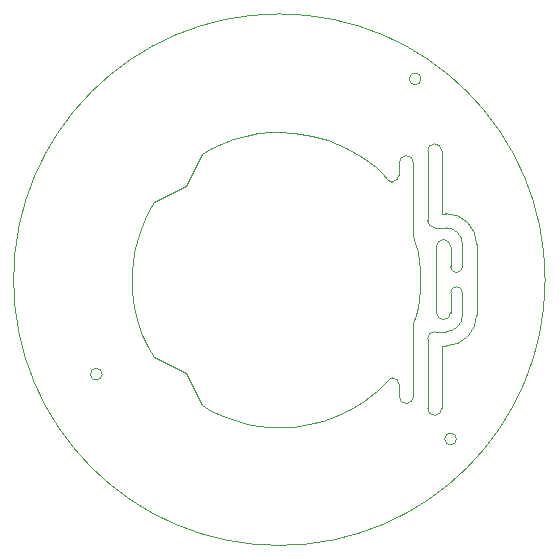
<source format=gm1>
G04 #@! TF.FileFunction,Profile,NP*
%FSLAX46Y46*%
G04 Gerber Fmt 4.6, Leading zero omitted, Abs format (unit mm)*
G04 Created by KiCad (PCBNEW (2016-05-05 BZR 6775)-product) date 2016 June 06, Monday 00:12:01*
%MOMM*%
%LPD*%
G01*
G04 APERTURE LIST*
%ADD10C,0.020000*%
%ADD11C,0.050000*%
G04 APERTURE END LIST*
D10*
D11*
X85850000Y-71850000D02*
X85400000Y-72250000D01*
X86450000Y-71250000D02*
X85850000Y-71850000D01*
X86600000Y-71100000D02*
X86450000Y-71250000D01*
X88600000Y-71650000D02*
X88600000Y-72650000D01*
X87400000Y-71650000D02*
X87400000Y-72650000D01*
X87400000Y-52850000D02*
X87400000Y-53850000D01*
X88600000Y-52850000D02*
X88600000Y-53850000D01*
X69350000Y-70650000D02*
X70700000Y-73400000D01*
X66600000Y-69300000D02*
X69350000Y-70650000D01*
X69350000Y-54850000D02*
X70700000Y-52100000D01*
X66600000Y-56200000D02*
X69350000Y-54850000D01*
X88600000Y-59050000D02*
X88600000Y-58750000D01*
X88775000Y-59675000D02*
X88600000Y-59050000D01*
X88950000Y-60425000D02*
X88775000Y-59675000D01*
X89075000Y-61175000D02*
X88950000Y-60425000D01*
X89150000Y-61975000D02*
X89075000Y-61175000D01*
X89175000Y-62750000D02*
X89150000Y-61975000D01*
X89150000Y-63650000D02*
X89175000Y-62750000D01*
X89050000Y-64500000D02*
X89150000Y-63650000D01*
X88950000Y-65100000D02*
X89050000Y-64500000D01*
X88800000Y-65750000D02*
X88950000Y-65100000D01*
X88600000Y-66450000D02*
X88800000Y-65750000D01*
X88600000Y-66750000D02*
X88600000Y-66450000D01*
X89250000Y-45750000D02*
G75*
G03X89250000Y-45750000I-500000J0D01*
G01*
X92250000Y-76250000D02*
G75*
G03X92250000Y-76250000I-500000J0D01*
G01*
X62250000Y-70750000D02*
G75*
G03X62250000Y-70750000I-500000J0D01*
G01*
X91000000Y-68350000D02*
X91000000Y-73650000D01*
X89800000Y-73650000D02*
X89800000Y-67750000D01*
X91000000Y-57150000D02*
X91000000Y-51850000D01*
X89800000Y-51850000D02*
X89800000Y-57750000D01*
X85900000Y-53700000D02*
X85400000Y-53250000D01*
X86450000Y-54300000D02*
X85900000Y-53700000D01*
X86600000Y-54400000D02*
X86450000Y-54300000D01*
X86750000Y-54450000D02*
X86600000Y-54400000D01*
X86800000Y-54450000D02*
X86750000Y-54450000D01*
X86750000Y-71050000D02*
X86600000Y-71100000D01*
X86800000Y-71050000D02*
X86750000Y-71050000D01*
X87400000Y-71650000D02*
G75*
G03X86800000Y-71050000I-600000J0D01*
G01*
X87400000Y-72650000D02*
G75*
G03X88000000Y-73250000I600000J0D01*
G01*
X86800000Y-54450000D02*
G75*
G03X87400000Y-53850000I0J600000D01*
G01*
X88000000Y-52250000D02*
G75*
G03X87400000Y-52850000I0J-600000D01*
G01*
X85250000Y-72350000D02*
X85400000Y-72250000D01*
X88600000Y-66750000D02*
X88600000Y-71650000D01*
X88600000Y-53850000D02*
X88600000Y-58750000D01*
X88600000Y-52850000D02*
G75*
G03X88000000Y-52250000I-600000J0D01*
G01*
X88000000Y-73250000D02*
G75*
G03X88600000Y-72650000I0J600000D01*
G01*
X91750000Y-63850000D02*
X91750000Y-65550000D01*
X92750000Y-65750000D02*
X92750000Y-63850000D01*
X92750000Y-59750000D02*
X92750000Y-61650000D01*
X91750000Y-61650000D02*
X91750000Y-59950000D01*
X92750000Y-63850000D02*
G75*
G03X92250000Y-63350000I-500000J0D01*
G01*
X92250000Y-63350000D02*
G75*
G03X91750000Y-63850000I0J-500000D01*
G01*
X92250000Y-62150000D02*
G75*
G03X92750000Y-61650000I0J500000D01*
G01*
X91750000Y-61650000D02*
G75*
G03X92250000Y-62150000I500000J0D01*
G01*
X90550000Y-59950000D02*
X90550000Y-65550000D01*
X91000000Y-68350000D02*
X91350000Y-68350000D01*
X90400000Y-67150000D02*
X91350000Y-67150000D01*
X90400000Y-58350000D02*
X91350000Y-58350000D01*
X91000000Y-57150000D02*
X91350000Y-57150000D01*
X93950000Y-59750000D02*
X93950000Y-65750000D01*
X93950000Y-59750000D02*
G75*
G03X91350000Y-57150000I-2600000J0D01*
G01*
X91350000Y-68350000D02*
G75*
G03X93950000Y-65750000I0J2600000D01*
G01*
X91350000Y-67150000D02*
G75*
G03X92750000Y-65750000I0J1400000D01*
G01*
X92750000Y-59750000D02*
G75*
G03X91350000Y-58350000I-1400000J0D01*
G01*
X90400000Y-74250000D02*
G75*
G03X91000000Y-73650000I0J600000D01*
G01*
X89800000Y-73650000D02*
G75*
G03X90400000Y-74250000I600000J0D01*
G01*
X90400000Y-67150000D02*
G75*
G03X89800000Y-67750000I0J-600000D01*
G01*
X91000000Y-51850000D02*
G75*
G03X90400000Y-51250000I-600000J0D01*
G01*
X90400000Y-51250000D02*
G75*
G03X89800000Y-51850000I0J-600000D01*
G01*
X89800000Y-57750000D02*
G75*
G03X90400000Y-58350000I600000J0D01*
G01*
X91150000Y-66150000D02*
G75*
G03X91750000Y-65550000I0J600000D01*
G01*
X90550000Y-65550000D02*
G75*
G03X91150000Y-66150000I600000J0D01*
G01*
X91750000Y-59950000D02*
G75*
G03X91150000Y-59350000I-600000J0D01*
G01*
X91150000Y-59350000D02*
G75*
G03X90550000Y-59950000I0J-600000D01*
G01*
X64775000Y-61950000D02*
X64750000Y-62750000D01*
X64825000Y-61375000D02*
X64775000Y-61950000D01*
X64975000Y-60375000D02*
X64825000Y-61375000D01*
X65250000Y-59250000D02*
X64975000Y-60375000D01*
X65500000Y-58475000D02*
X65250000Y-59250000D01*
X65850000Y-57600000D02*
X65500000Y-58475000D01*
X66225000Y-56850000D02*
X65850000Y-57600000D01*
X66600000Y-56200000D02*
X66225000Y-56850000D01*
X71400000Y-51700000D02*
X70700000Y-52100000D01*
X72275000Y-51275000D02*
X71400000Y-51700000D01*
X73325000Y-50875000D02*
X72275000Y-51275000D01*
X74400000Y-50575000D02*
X73325000Y-50875000D01*
X75475000Y-50375000D02*
X74400000Y-50575000D01*
X76475000Y-50275000D02*
X75475000Y-50375000D01*
X77250000Y-50250000D02*
X76475000Y-50275000D01*
X64775000Y-63575000D02*
X64750000Y-62750000D01*
X64875000Y-64525000D02*
X64775000Y-63575000D01*
X65050000Y-65475000D02*
X64875000Y-64525000D01*
X65300000Y-66425000D02*
X65050000Y-65475000D01*
X65650000Y-67425000D02*
X65300000Y-66425000D01*
X66125000Y-68450000D02*
X65650000Y-67425000D01*
X66600000Y-69300000D02*
X66125000Y-68450000D01*
X71475000Y-73850000D02*
X70700000Y-73400000D01*
X72475000Y-74300000D02*
X71475000Y-73850000D01*
X73475000Y-74675000D02*
X72475000Y-74300000D01*
X74525000Y-74950000D02*
X73475000Y-74675000D01*
X75475000Y-75125000D02*
X74525000Y-74950000D01*
X76400000Y-75225000D02*
X75475000Y-75125000D01*
X77250000Y-75250000D02*
X76400000Y-75225000D01*
X84400000Y-73000000D02*
X85250000Y-72350000D01*
X83300000Y-73700000D02*
X84400000Y-73000000D01*
X82050000Y-74300000D02*
X83300000Y-73700000D01*
X80950000Y-74700000D02*
X82050000Y-74300000D01*
X79750000Y-75000000D02*
X80950000Y-74700000D01*
X78450000Y-75200000D02*
X79750000Y-75000000D01*
X77250000Y-75250000D02*
X78450000Y-75200000D01*
X84250000Y-52400000D02*
X85400000Y-53250000D01*
X82900000Y-51600000D02*
X84250000Y-52400000D01*
X81400000Y-50950000D02*
X82900000Y-51600000D01*
X80000000Y-50550000D02*
X81400000Y-50950000D01*
X78450000Y-50300000D02*
X80000000Y-50550000D01*
X77250000Y-50250000D02*
X78450000Y-50300000D01*
X99750000Y-62750000D02*
G75*
G03X99750000Y-62750000I-22500000J0D01*
G01*
M02*

</source>
